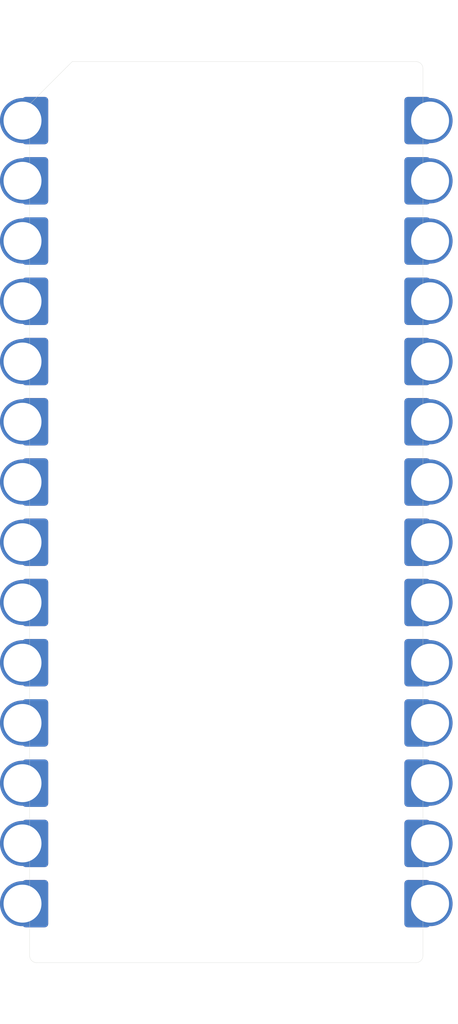
<source format=kicad_pcb>
(kicad_pcb (version 20240108) (generator "pcbnew") (generator_version "8.0")
  (title_block (title "Molex78802 PCB 28") (date "2021-05-20") (rev "005") (company "b.kenyon.w@gmail.com"))
  (layers (0 "F.Cu" signal "Top") (31 "B.Cu" signal "Bottom") (34 "B.Paste" user) (35 "F.Paste" user) (36 "B.SilkS" user "B.Silkscreen") (37 "F.SilkS" user "F.Silkscreen") (38 "B.Mask" user) (39 "F.Mask" user) (44 "Edge.Cuts" user))
  (net 0 "")
  (footprint "000_LOCAL:Molex78802_PCB_28" (layer "F.Cu") (at 147.2184 99.187)
    (property "Reference" "J?" (hide yes))
    (property "Value" "Molex78802_PCB_28" (hide yes))
    (fp_line (start -8.3 18.7) (end -8.3 -17.2) (stroke (width 0.01)) (layer "Edge.Cuts"))
    (fp_line (start -8 19) (end 8 19) (stroke (width 0.01)) (layer "Edge.Cuts"))
    (fp_line (start -6.5 -19) (end -8.3 -17.2) (stroke (width 0.01)) (layer "Edge.Cuts"))
    (fp_line (start 8 -19) (end -6.5 -19) (stroke (width 0.01)) (layer "Edge.Cuts"))
    (fp_line (start 8.3 18.7) (end 8.3 -18.7) (stroke (width 0.01)) (layer "Edge.Cuts"))
    (fp_arc (start -8 19) (mid -8.212132 18.912132) (end -8.3 18.7) (stroke (width 0.01)) (layer "Edge.Cuts"))
    (fp_arc (start 8 -19) (mid 8.212132 -18.912132) (end 8.3 -18.7) (stroke (width 0.01)) (layer "Edge.Cuts"))
    (fp_arc (start 8.3 18.7) (mid 8.212132 18.912132) (end 8 19) (stroke (width 0.01)) (layer "Edge.Cuts"))
    (pad "1" thru_hole circle (at -8.6002 -16.51) (size 1.9 1.9) (drill 1.6) (property pad_prop_castellated) (layers "*.Cu" "*.Mask"))
    (pad "1" smd roundrect (at -8.0645 -16.51) (size 1.1 2) (layers "F.Cu") (roundrect_rratio 0.1363636364))
    (pad "1" smd roundrect (at -8.0645 -16.51) (size 1.1 2) (layers "B.Cu") (roundrect_rratio 0.1363636364))
    (pad "2" thru_hole circle (at -8.6002 -13.97) (size 1.9 1.9) (drill 1.6) (property pad_prop_castellated) (layers "*.Cu" "*.Mask"))
    (pad "2" smd roundrect (at -8.0645 -13.97) (size 1.1 2) (layers "F.Cu") (roundrect_rratio 0.1363636364))
    (pad "2" smd roundrect (at -8.0645 -13.97) (size 1.1 2) (layers "B.Cu") (roundrect_rratio 0.1363636364))
    (pad "3" thru_hole circle (at -8.6002 -11.43) (size 1.9 1.9) (drill 1.6) (property pad_prop_castellated) (layers "*.Cu" "*.Mask"))
    (pad "3" smd roundrect (at -8.0645 -11.43) (size 1.1 2) (layers "F.Cu") (roundrect_rratio 0.1363636364))
    (pad "3" smd roundrect (at -8.0645 -11.43) (size 1.1 2) (layers "B.Cu") (roundrect_rratio 0.1363636364))
    (pad "4" thru_hole circle (at -8.6002 -8.89) (size 1.9 1.9) (drill 1.6) (property pad_prop_castellated) (layers "*.Cu" "*.Mask"))
    (pad "4" smd roundrect (at -8.0645 -8.89) (size 1.1 2) (layers "F.Cu") (roundrect_rratio 0.1363636364))
    (pad "4" smd roundrect (at -8.0645 -8.89) (size 1.1 2) (layers "B.Cu") (roundrect_rratio 0.1363636364))
    (pad "5" thru_hole circle (at -8.6002 -6.35) (size 1.9 1.9) (drill 1.6) (property pad_prop_castellated) (layers "*.Cu" "*.Mask"))
    (pad "5" smd roundrect (at -8.0645 -6.35) (size 1.1 2) (layers "F.Cu") (roundrect_rratio 0.1363636364))
    (pad "5" smd roundrect (at -8.0645 -6.35) (size 1.1 2) (layers "B.Cu") (roundrect_rratio 0.1363636364))
    (pad "6" thru_hole circle (at -8.6002 -3.81) (size 1.9 1.9) (drill 1.6) (property pad_prop_castellated) (layers "*.Cu" "*.Mask"))
    (pad "6" smd roundrect (at -8.0645 -3.81) (size 1.1 2) (layers "F.Cu") (roundrect_rratio 0.1363636364))
    (pad "6" smd roundrect (at -8.0645 -3.81) (size 1.1 2) (layers "B.Cu") (roundrect_rratio 0.1363636364))
    (pad "7" thru_hole circle (at -8.6002 -1.27) (size 1.9 1.9) (drill 1.6) (property pad_prop_castellated) (layers "*.Cu" "*.Mask"))
    (pad "7" smd roundrect (at -8.0645 -1.27) (size 1.1 2) (layers "F.Cu") (roundrect_rratio 0.1363636364))
    (pad "7" smd roundrect (at -8.0645 -1.27) (size 1.1 2) (layers "B.Cu") (roundrect_rratio 0.1363636364))
    (pad "8" thru_hole circle (at -8.6002 1.27) (size 1.9 1.9) (drill 1.6) (property pad_prop_castellated) (layers "*.Cu" "*.Mask"))
    (pad "8" smd roundrect (at -8.0645 1.27) (size 1.1 2) (layers "F.Cu") (roundrect_rratio 0.1363636364))
    (pad "8" smd roundrect (at -8.0645 1.27) (size 1.1 2) (layers "B.Cu") (roundrect_rratio 0.1363636364))
    (pad "9" thru_hole circle (at -8.6002 3.81) (size 1.9 1.9) (drill 1.6) (property pad_prop_castellated) (layers "*.Cu" "*.Mask"))
    (pad "9" smd roundrect (at -8.0645 3.81) (size 1.1 2) (layers "F.Cu") (roundrect_rratio 0.1363636364))
    (pad "9" smd roundrect (at -8.0645 3.81) (size 1.1 2) (layers "B.Cu") (roundrect_rratio 0.1363636364))
    (pad "10" thru_hole circle (at -8.6002 6.35) (size 1.9 1.9) (drill 1.6) (property pad_prop_castellated) (layers "*.Cu" "*.Mask"))
    (pad "10" smd roundrect (at -8.0645 6.35) (size 1.1 2) (layers "F.Cu") (roundrect_rratio 0.1363636364))
    (pad "10" smd roundrect (at -8.0645 6.35) (size 1.1 2) (layers "B.Cu") (roundrect_rratio 0.1363636364))
    (pad "11" thru_hole circle (at -8.6002 8.89) (size 1.9 1.9) (drill 1.6) (property pad_prop_castellated) (layers "*.Cu" "*.Mask"))
    (pad "11" smd roundrect (at -8.0645 8.89) (size 1.1 2) (layers "F.Cu") (roundrect_rratio 0.1363636364))
    (pad "11" smd roundrect (at -8.0645 8.89) (size 1.1 2) (layers "B.Cu") (roundrect_rratio 0.1363636364))
    (pad "12" thru_hole circle (at -8.6002 11.43) (size 1.9 1.9) (drill 1.6) (property pad_prop_castellated) (layers "*.Cu" "*.Mask"))
    (pad "12" smd roundrect (at -8.0645 11.43) (size 1.1 2) (layers "F.Cu") (roundrect_rratio 0.1363636364))
    (pad "12" smd roundrect (at -8.0645 11.43) (size 1.1 2) (layers "B.Cu") (roundrect_rratio 0.1363636364))
    (pad "13" thru_hole circle (at -8.6002 13.97) (size 1.9 1.9) (drill 1.6) (property pad_prop_castellated) (layers "*.Cu" "*.Mask"))
    (pad "13" smd roundrect (at -8.0645 13.97) (size 1.1 2) (layers "F.Cu") (roundrect_rratio 0.1363636364))
    (pad "13" smd roundrect (at -8.0645 13.97) (size 1.1 2) (layers "B.Cu") (roundrect_rratio 0.1363636364))
    (pad "14" thru_hole circle (at -8.6002 16.51) (size 1.9 1.9) (drill 1.6) (property pad_prop_castellated) (layers "*.Cu" "*.Mask"))
    (pad "14" smd roundrect (at -8.0645 16.51) (size 1.1 2) (layers "F.Cu") (roundrect_rratio 0.1363636364))
    (pad "14" smd roundrect (at -8.0645 16.51) (size 1.1 2) (layers "B.Cu") (roundrect_rratio 0.1363636364))
    (pad "15" smd roundrect (at 8.0645 16.51) (size 1.1 2) (layers "F.Cu") (roundrect_rratio 0.1363636364))
    (pad "15" smd roundrect (at 8.0645 16.51) (size 1.1 2) (layers "B.Cu") (roundrect_rratio 0.1363636364))
    (pad "15" thru_hole circle (at 8.6002 16.51) (size 1.9 1.9) (drill 1.6) (property pad_prop_castellated) (layers "*.Cu" "*.Mask"))
    (pad "16" smd roundrect (at 8.0645 13.97) (size 1.1 2) (layers "F.Cu") (roundrect_rratio 0.1363636364))
    (pad "16" smd roundrect (at 8.0645 13.97) (size 1.1 2) (layers "B.Cu") (roundrect_rratio 0.1363636364))
    (pad "16" thru_hole circle (at 8.6002 13.97) (size 1.9 1.9) (drill 1.6) (property pad_prop_castellated) (layers "*.Cu" "*.Mask"))
    (pad "17" smd roundrect (at 8.0645 11.43) (size 1.1 2) (layers "F.Cu") (roundrect_rratio 0.1363636364))
    (pad "17" smd roundrect (at 8.0645 11.43) (size 1.1 2) (layers "B.Cu") (roundrect_rratio 0.1363636364))
    (pad "17" thru_hole circle (at 8.6002 11.43) (size 1.9 1.9) (drill 1.6) (property pad_prop_castellated) (layers "*.Cu" "*.Mask"))
    (pad "18" smd roundrect (at 8.0645 8.89) (size 1.1 2) (layers "F.Cu") (roundrect_rratio 0.1363636364))
    (pad "18" smd roundrect (at 8.0645 8.89) (size 1.1 2) (layers "B.Cu") (roundrect_rratio 0.1363636364))
    (pad "18" thru_hole circle (at 8.6002 8.89) (size 1.9 1.9) (drill 1.6) (property pad_prop_castellated) (layers "*.Cu" "*.Mask"))
    (pad "19" smd roundrect (at 8.0645 6.35) (size 1.1 2) (layers "F.Cu") (roundrect_rratio 0.1363636364))
    (pad "19" smd roundrect (at 8.0645 6.35) (size 1.1 2) (layers "B.Cu") (roundrect_rratio 0.1363636364))
    (pad "19" thru_hole circle (at 8.6002 6.35) (size 1.9 1.9) (drill 1.6) (property pad_prop_castellated) (layers "*.Cu" "*.Mask"))
    (pad "20" smd roundrect (at 8.0645 3.81) (size 1.1 2) (layers "F.Cu") (roundrect_rratio 0.1363636364))
    (pad "20" smd roundrect (at 8.0645 3.81) (size 1.1 2) (layers "B.Cu") (roundrect_rratio 0.1363636364))
    (pad "20" thru_hole circle (at 8.6002 3.81) (size 1.9 1.9) (drill 1.6) (property pad_prop_castellated) (layers "*.Cu" "*.Mask"))
    (pad "21" smd roundrect (at 8.0645 1.27) (size 1.1 2) (layers "F.Cu") (roundrect_rratio 0.1363636364))
    (pad "21" smd roundrect (at 8.0645 1.27) (size 1.1 2) (layers "B.Cu") (roundrect_rratio 0.1363636364))
    (pad "21" thru_hole circle (at 8.6002 1.27) (size 1.9 1.9) (drill 1.6) (property pad_prop_castellated) (layers "*.Cu" "*.Mask"))
    (pad "22" smd roundrect (at 8.0645 -1.27) (size 1.1 2) (layers "F.Cu") (roundrect_rratio 0.1363636364))
    (pad "22" smd roundrect (at 8.0645 -1.27) (size 1.1 2) (layers "B.Cu") (roundrect_rratio 0.1363636364))
    (pad "22" thru_hole circle (at 8.6002 -1.27) (size 1.9 1.9) (drill 1.6) (property pad_prop_castellated) (layers "*.Cu" "*.Mask"))
    (pad "23" smd roundrect (at 8.0645 -3.81) (size 1.1 2) (layers "F.Cu") (roundrect_rratio 0.1363636364))
    (pad "23" smd roundrect (at 8.0645 -3.81) (size 1.1 2) (layers "B.Cu") (roundrect_rratio 0.1363636364))
    (pad "23" thru_hole circle (at 8.6002 -3.81) (size 1.9 1.9) (drill 1.6) (property pad_prop_castellated) (layers "*.Cu" "*.Mask"))
    (pad "24" smd roundrect (at 8.0645 -6.35) (size 1.1 2) (layers "F.Cu") (roundrect_rratio 0.1363636364))
    (pad "24" smd roundrect (at 8.0645 -6.35) (size 1.1 2) (layers "B.Cu") (roundrect_rratio 0.1363636364))
    (pad "24" thru_hole circle (at 8.6002 -6.35) (size 1.9 1.9) (drill 1.6) (property pad_prop_castellated) (layers "*.Cu" "*.Mask"))
    (pad "25" smd roundrect (at 8.0645 -8.89) (size 1.1 2) (layers "F.Cu") (roundrect_rratio 0.1363636364))
    (pad "25" smd roundrect (at 8.0645 -8.89) (size 1.1 2) (layers "B.Cu") (roundrect_rratio 0.1363636364))
    (pad "25" thru_hole circle (at 8.6002 -8.89) (size 1.9 1.9) (drill 1.6) (property pad_prop_castellated) (layers "*.Cu" "*.Mask"))
    (pad "26" smd roundrect (at 8.0645 -11.43) (size 1.1 2) (layers "F.Cu") (roundrect_rratio 0.1363636364))
    (pad "26" smd roundrect (at 8.0645 -11.43) (size 1.1 2) (layers "B.Cu") (roundrect_rratio 0.1363636364))
    (pad "26" thru_hole circle (at 8.6002 -11.43) (size 1.9 1.9) (drill 1.6) (property pad_prop_castellated) (layers "*.Cu" "*.Mask"))
    (pad "27" smd roundrect (at 8.0645 -13.97) (size 1.1 2) (layers "F.Cu") (roundrect_rratio 0.1363636364))
    (pad "27" smd roundrect (at 8.0645 -13.97) (size 1.1 2) (layers "B.Cu") (roundrect_rratio 0.1363636364))
    (pad "27" thru_hole circle (at 8.6002 -13.97) (size 1.9 1.9) (drill 1.6) (property pad_prop_castellated) (layers "*.Cu" "*.Mask"))
    (pad "28" smd roundrect (at 8.0645 -16.51) (size 1.1 2) (layers "F.Cu") (roundrect_rratio 0.1363636364))
    (pad "28" smd roundrect (at 8.0645 -16.51) (size 1.1 2) (layers "B.Cu") (roundrect_rratio 0.1363636364))
    (pad "28" thru_hole circle (at 8.6002 -16.51) (size 1.9 1.9) (drill 1.6) (property pad_prop_castellated) (layers "*.Cu" "*.Mask"))
  )
)
</source>
